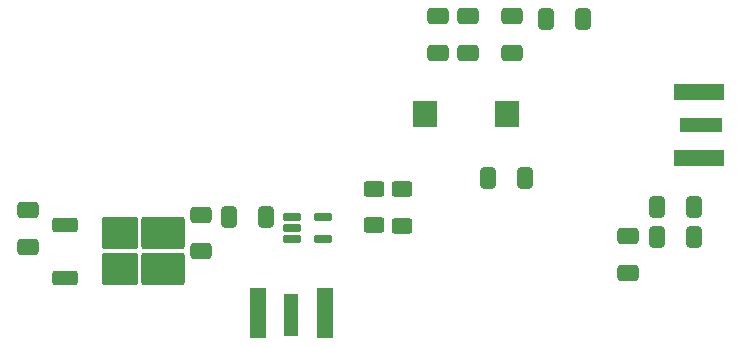
<source format=gbr>
%TF.GenerationSoftware,KiCad,Pcbnew,8.0.0-unknown-202403021604~8dce6c0b67~ubuntu22.04.1*%
%TF.CreationDate,2024-03-03T10:33:34+05:30*%
%TF.ProjectId,HF-PA-v10,48462d50-412d-4763-9130-2e6b69636164,rev?*%
%TF.SameCoordinates,Original*%
%TF.FileFunction,Paste,Top*%
%TF.FilePolarity,Positive*%
%FSLAX46Y46*%
G04 Gerber Fmt 4.6, Leading zero omitted, Abs format (unit mm)*
G04 Created by KiCad (PCBNEW 8.0.0-unknown-202403021604~8dce6c0b67~ubuntu22.04.1) date 2024-03-03 10:33:34*
%MOMM*%
%LPD*%
G01*
G04 APERTURE LIST*
G04 Aperture macros list*
%AMRoundRect*
0 Rectangle with rounded corners*
0 $1 Rounding radius*
0 $2 $3 $4 $5 $6 $7 $8 $9 X,Y pos of 4 corners*
0 Add a 4 corners polygon primitive as box body*
4,1,4,$2,$3,$4,$5,$6,$7,$8,$9,$2,$3,0*
0 Add four circle primitives for the rounded corners*
1,1,$1+$1,$2,$3*
1,1,$1+$1,$4,$5*
1,1,$1+$1,$6,$7*
1,1,$1+$1,$8,$9*
0 Add four rect primitives between the rounded corners*
20,1,$1+$1,$2,$3,$4,$5,0*
20,1,$1+$1,$4,$5,$6,$7,0*
20,1,$1+$1,$6,$7,$8,$9,0*
20,1,$1+$1,$8,$9,$2,$3,0*%
G04 Aperture macros list end*
%ADD10RoundRect,0.250000X0.412500X0.650000X-0.412500X0.650000X-0.412500X-0.650000X0.412500X-0.650000X0*%
%ADD11RoundRect,0.250000X-0.650000X0.412500X-0.650000X-0.412500X0.650000X-0.412500X0.650000X0.412500X0*%
%ADD12R,3.600000X1.270000*%
%ADD13R,4.200000X1.350000*%
%ADD14RoundRect,0.250000X0.650000X-0.412500X0.650000X0.412500X-0.650000X0.412500X-0.650000X-0.412500X0*%
%ADD15RoundRect,0.250000X-0.850000X-0.350000X0.850000X-0.350000X0.850000X0.350000X-0.850000X0.350000X0*%
%ADD16RoundRect,0.250000X-1.275000X-1.125000X1.275000X-1.125000X1.275000X1.125000X-1.275000X1.125000X0*%
%ADD17RoundRect,0.250000X-1.585000X-1.125000X1.585000X-1.125000X1.585000X1.125000X-1.585000X1.125000X0*%
%ADD18RoundRect,0.250000X-0.412500X-0.650000X0.412500X-0.650000X0.412500X0.650000X-0.412500X0.650000X0*%
%ADD19R,1.270000X3.600000*%
%ADD20R,1.350000X4.200000*%
%ADD21RoundRect,0.162500X-0.617500X-0.162500X0.617500X-0.162500X0.617500X0.162500X-0.617500X0.162500X0*%
%ADD22RoundRect,0.250000X-0.625000X0.400000X-0.625000X-0.400000X0.625000X-0.400000X0.625000X0.400000X0*%
%ADD23R,2.050000X2.200000*%
G04 APERTURE END LIST*
D10*
%TO.C,C7*%
X189752500Y-89990000D03*
X186627500Y-89990000D03*
%TD*%
D11*
%TO.C,C17*%
X184930000Y-76230000D03*
X184930000Y-79355000D03*
%TD*%
D12*
%TO.C,RF_OUT1*%
X204677500Y-85460000D03*
D13*
X204477500Y-88285000D03*
X204477500Y-82635000D03*
%TD*%
D11*
%TO.C,C14*%
X188650000Y-76207500D03*
X188650000Y-79332500D03*
%TD*%
D14*
%TO.C,C9*%
X162350000Y-96172500D03*
X162350000Y-93047500D03*
%TD*%
D10*
%TO.C,C4*%
X167812500Y-93270000D03*
X164687500Y-93270000D03*
%TD*%
D15*
%TO.C,U1*%
X150805000Y-93895000D03*
D16*
X155430000Y-94650000D03*
X155430000Y-97700000D03*
D17*
X159090000Y-94650000D03*
X159090000Y-97700000D03*
D15*
X150805000Y-98455000D03*
%TD*%
D18*
%TO.C,C1*%
X200917500Y-92420000D03*
X204042500Y-92420000D03*
%TD*%
D19*
%TO.C,RF_IN1*%
X169945000Y-101580000D03*
D20*
X167120000Y-101380000D03*
X172770000Y-101380000D03*
%TD*%
D14*
%TO.C,C3*%
X182350000Y-79352500D03*
X182350000Y-76227500D03*
%TD*%
D21*
%TO.C,U2*%
X169980000Y-93242500D03*
X169980000Y-94192500D03*
X169980000Y-95142500D03*
X172680000Y-95142500D03*
X172680000Y-93242500D03*
%TD*%
D18*
%TO.C,C6*%
X191507500Y-76460000D03*
X194632500Y-76460000D03*
%TD*%
%TO.C,C2*%
X200910000Y-94930000D03*
X204035000Y-94930000D03*
%TD*%
D14*
%TO.C,C8*%
X147690000Y-95792500D03*
X147690000Y-92667500D03*
%TD*%
D11*
%TO.C,C10*%
X198490000Y-94907500D03*
X198490000Y-98032500D03*
%TD*%
D22*
%TO.C,R2*%
X176930000Y-90850000D03*
X176930000Y-93950000D03*
%TD*%
%TO.C,R3*%
X179370000Y-90880000D03*
X179370000Y-93980000D03*
%TD*%
D23*
%TO.C,L3*%
X188205000Y-84520000D03*
X181255000Y-84520000D03*
%TD*%
M02*

</source>
